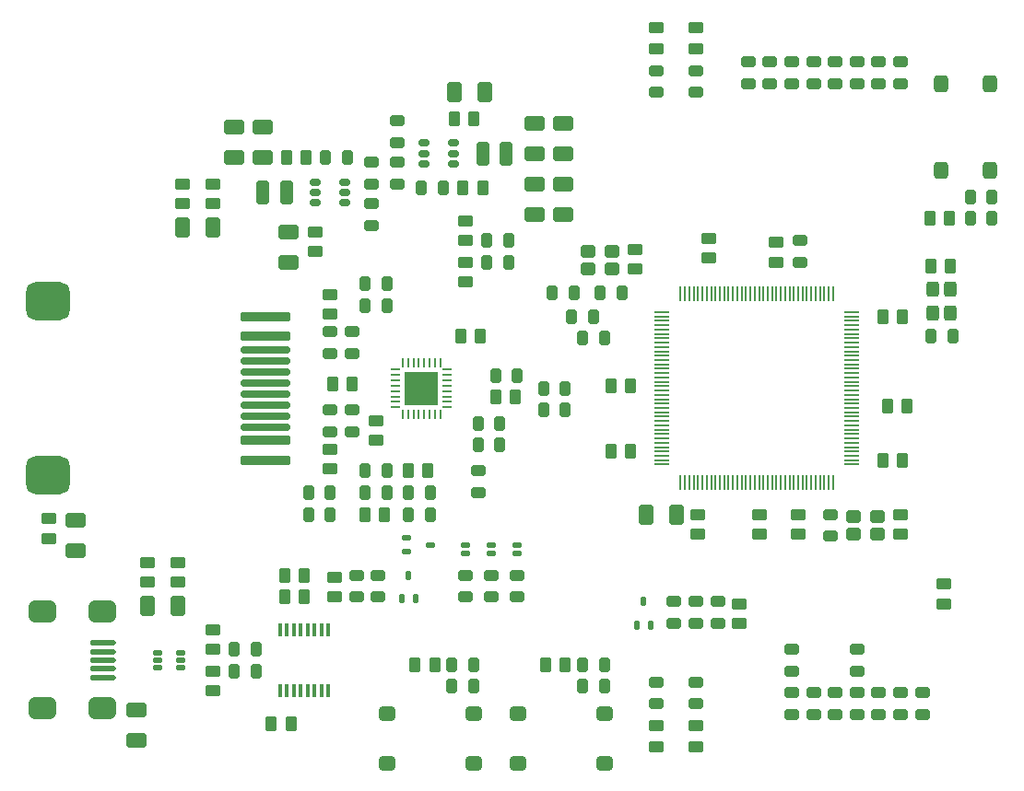
<source format=gtp>
G04*
G04 #@! TF.GenerationSoftware,Altium Limited,Altium Designer,20.2.8 (258)*
G04*
G04 Layer_Color=8421504*
%FSLAX44Y44*%
%MOMM*%
G71*
G04*
G04 #@! TF.SameCoordinates,20419356-03F5-4277-A54B-D4DCEC2EED97*
G04*
G04*
G04 #@! TF.FilePolarity,Positive*
G04*
G01*
G75*
%ADD12O,0.4000X1.2500*%
G04:AMPARAMS|DCode=13|XSize=1.3mm|YSize=1mm|CornerRadius=0.15mm|HoleSize=0mm|Usage=FLASHONLY|Rotation=0.000|XOffset=0mm|YOffset=0mm|HoleType=Round|Shape=RoundedRectangle|*
%AMROUNDEDRECTD13*
21,1,1.3000,0.7000,0,0,0.0*
21,1,1.0000,1.0000,0,0,0.0*
1,1,0.3000,0.5000,-0.3500*
1,1,0.3000,-0.5000,-0.3500*
1,1,0.3000,-0.5000,0.3500*
1,1,0.3000,0.5000,0.3500*
%
%ADD13ROUNDEDRECTD13*%
G04:AMPARAMS|DCode=14|XSize=1.4mm|YSize=1.05mm|CornerRadius=0.1575mm|HoleSize=0mm|Usage=FLASHONLY|Rotation=0.000|XOffset=0mm|YOffset=0mm|HoleType=Round|Shape=RoundedRectangle|*
%AMROUNDEDRECTD14*
21,1,1.4000,0.7350,0,0,0.0*
21,1,1.0850,1.0500,0,0,0.0*
1,1,0.3150,0.5425,-0.3675*
1,1,0.3150,-0.5425,-0.3675*
1,1,0.3150,-0.5425,0.3675*
1,1,0.3150,0.5425,0.3675*
%
%ADD14ROUNDEDRECTD14*%
G04:AMPARAMS|DCode=15|XSize=1.3mm|YSize=1mm|CornerRadius=0.15mm|HoleSize=0mm|Usage=FLASHONLY|Rotation=90.000|XOffset=0mm|YOffset=0mm|HoleType=Round|Shape=RoundedRectangle|*
%AMROUNDEDRECTD15*
21,1,1.3000,0.7000,0,0,90.0*
21,1,1.0000,1.0000,0,0,90.0*
1,1,0.3000,0.3500,0.5000*
1,1,0.3000,0.3500,-0.5000*
1,1,0.3000,-0.3500,-0.5000*
1,1,0.3000,-0.3500,0.5000*
%
%ADD15ROUNDEDRECTD15*%
G04:AMPARAMS|DCode=16|XSize=2.3mm|YSize=0.48mm|CornerRadius=0.12mm|HoleSize=0mm|Usage=FLASHONLY|Rotation=0.000|XOffset=0mm|YOffset=0mm|HoleType=Round|Shape=RoundedRectangle|*
%AMROUNDEDRECTD16*
21,1,2.3000,0.2400,0,0,0.0*
21,1,2.0600,0.4800,0,0,0.0*
1,1,0.2400,1.0300,-0.1200*
1,1,0.2400,-1.0300,-0.1200*
1,1,0.2400,-1.0300,0.1200*
1,1,0.2400,1.0300,0.1200*
%
%ADD16ROUNDEDRECTD16*%
G04:AMPARAMS|DCode=17|XSize=0.45mm|YSize=0.85mm|CornerRadius=0.1125mm|HoleSize=0mm|Usage=FLASHONLY|Rotation=270.000|XOffset=0mm|YOffset=0mm|HoleType=Round|Shape=RoundedRectangle|*
%AMROUNDEDRECTD17*
21,1,0.4500,0.6250,0,0,270.0*
21,1,0.2250,0.8500,0,0,270.0*
1,1,0.2250,-0.3125,-0.1125*
1,1,0.2250,-0.3125,0.1125*
1,1,0.2250,0.3125,0.1125*
1,1,0.2250,0.3125,-0.1125*
%
%ADD17ROUNDEDRECTD17*%
G04:AMPARAMS|DCode=18|XSize=1.8mm|YSize=1.3mm|CornerRadius=0.195mm|HoleSize=0mm|Usage=FLASHONLY|Rotation=90.000|XOffset=0mm|YOffset=0mm|HoleType=Round|Shape=RoundedRectangle|*
%AMROUNDEDRECTD18*
21,1,1.8000,0.9100,0,0,90.0*
21,1,1.4100,1.3000,0,0,90.0*
1,1,0.3900,0.4550,0.7050*
1,1,0.3900,0.4550,-0.7050*
1,1,0.3900,-0.4550,-0.7050*
1,1,0.3900,-0.4550,0.7050*
%
%ADD18ROUNDEDRECTD18*%
%ADD19O,0.2000X1.4500*%
%ADD20O,1.4500X0.2000*%
G04:AMPARAMS|DCode=21|XSize=0.5mm|YSize=0.85mm|CornerRadius=0.125mm|HoleSize=0mm|Usage=FLASHONLY|Rotation=180.000|XOffset=0mm|YOffset=0mm|HoleType=Round|Shape=RoundedRectangle|*
%AMROUNDEDRECTD21*
21,1,0.5000,0.6000,0,0,180.0*
21,1,0.2500,0.8500,0,0,180.0*
1,1,0.2500,-0.1250,0.3000*
1,1,0.2500,0.1250,0.3000*
1,1,0.2500,0.1250,-0.3000*
1,1,0.2500,-0.1250,-0.3000*
%
%ADD21ROUNDEDRECTD21*%
G04:AMPARAMS|DCode=22|XSize=0.5mm|YSize=0.85mm|CornerRadius=0.125mm|HoleSize=0mm|Usage=FLASHONLY|Rotation=90.000|XOffset=0mm|YOffset=0mm|HoleType=Round|Shape=RoundedRectangle|*
%AMROUNDEDRECTD22*
21,1,0.5000,0.6000,0,0,90.0*
21,1,0.2500,0.8500,0,0,90.0*
1,1,0.2500,0.3000,0.1250*
1,1,0.2500,0.3000,-0.1250*
1,1,0.2500,-0.3000,-0.1250*
1,1,0.2500,-0.3000,0.1250*
%
%ADD22ROUNDEDRECTD22*%
G04:AMPARAMS|DCode=23|XSize=1.4mm|YSize=1.05mm|CornerRadius=0.1575mm|HoleSize=0mm|Usage=FLASHONLY|Rotation=270.000|XOffset=0mm|YOffset=0mm|HoleType=Round|Shape=RoundedRectangle|*
%AMROUNDEDRECTD23*
21,1,1.4000,0.7350,0,0,270.0*
21,1,1.0850,1.0500,0,0,270.0*
1,1,0.3150,-0.3675,-0.5425*
1,1,0.3150,-0.3675,0.5425*
1,1,0.3150,0.3675,0.5425*
1,1,0.3150,0.3675,-0.5425*
%
%ADD23ROUNDEDRECTD23*%
G04:AMPARAMS|DCode=24|XSize=1.55mm|YSize=1.3mm|CornerRadius=0.325mm|HoleSize=0mm|Usage=FLASHONLY|Rotation=0.000|XOffset=0mm|YOffset=0mm|HoleType=Round|Shape=RoundedRectangle|*
%AMROUNDEDRECTD24*
21,1,1.5500,0.6500,0,0,0.0*
21,1,0.9000,1.3000,0,0,0.0*
1,1,0.6500,0.4500,-0.3250*
1,1,0.6500,-0.4500,-0.3250*
1,1,0.6500,-0.4500,0.3250*
1,1,0.6500,0.4500,0.3250*
%
%ADD24ROUNDEDRECTD24*%
%ADD25O,0.2500X0.9000*%
G04:AMPARAMS|DCode=26|XSize=1.55mm|YSize=1.3mm|CornerRadius=0.325mm|HoleSize=0mm|Usage=FLASHONLY|Rotation=270.000|XOffset=0mm|YOffset=0mm|HoleType=Round|Shape=RoundedRectangle|*
%AMROUNDEDRECTD26*
21,1,1.5500,0.6500,0,0,270.0*
21,1,0.9000,1.3000,0,0,270.0*
1,1,0.6500,-0.3250,-0.4500*
1,1,0.6500,-0.3250,0.4500*
1,1,0.6500,0.3250,0.4500*
1,1,0.6500,0.3250,-0.4500*
%
%ADD26ROUNDEDRECTD26*%
%ADD27O,0.9000X0.2500*%
G04:AMPARAMS|DCode=28|XSize=0.85mm|YSize=0.55mm|CornerRadius=0.1375mm|HoleSize=0mm|Usage=FLASHONLY|Rotation=180.000|XOffset=0mm|YOffset=0mm|HoleType=Round|Shape=RoundedRectangle|*
%AMROUNDEDRECTD28*
21,1,0.8500,0.2750,0,0,180.0*
21,1,0.5750,0.5500,0,0,180.0*
1,1,0.2750,-0.2875,0.1375*
1,1,0.2750,0.2875,0.1375*
1,1,0.2750,0.2875,-0.1375*
1,1,0.2750,-0.2875,-0.1375*
%
%ADD28ROUNDEDRECTD28*%
G04:AMPARAMS|DCode=29|XSize=2.5mm|YSize=2mm|CornerRadius=0.5mm|HoleSize=0mm|Usage=FLASHONLY|Rotation=0.000|XOffset=0mm|YOffset=0mm|HoleType=Round|Shape=RoundedRectangle|*
%AMROUNDEDRECTD29*
21,1,2.5000,1.0000,0,0,0.0*
21,1,1.5000,2.0000,0,0,0.0*
1,1,1.0000,0.7500,-0.5000*
1,1,1.0000,-0.7500,-0.5000*
1,1,1.0000,-0.7500,0.5000*
1,1,1.0000,0.7500,0.5000*
%
%ADD29ROUNDEDRECTD29*%
G04:AMPARAMS|DCode=30|XSize=1.8mm|YSize=1.3mm|CornerRadius=0.195mm|HoleSize=0mm|Usage=FLASHONLY|Rotation=0.000|XOffset=0mm|YOffset=0mm|HoleType=Round|Shape=RoundedRectangle|*
%AMROUNDEDRECTD30*
21,1,1.8000,0.9100,0,0,0.0*
21,1,1.4100,1.3000,0,0,0.0*
1,1,0.3900,0.7050,-0.4550*
1,1,0.3900,-0.7050,-0.4550*
1,1,0.3900,-0.7050,0.4550*
1,1,0.3900,0.7050,0.4550*
%
%ADD30ROUNDEDRECTD30*%
G04:AMPARAMS|DCode=31|XSize=1.4mm|YSize=1mm|CornerRadius=0.15mm|HoleSize=0mm|Usage=FLASHONLY|Rotation=0.000|XOffset=0mm|YOffset=0mm|HoleType=Round|Shape=RoundedRectangle|*
%AMROUNDEDRECTD31*
21,1,1.4000,0.7000,0,0,0.0*
21,1,1.1000,1.0000,0,0,0.0*
1,1,0.3000,0.5500,-0.3500*
1,1,0.3000,-0.5500,-0.3500*
1,1,0.3000,-0.5500,0.3500*
1,1,0.3000,0.5500,0.3500*
%
%ADD31ROUNDEDRECTD31*%
G04:AMPARAMS|DCode=32|XSize=4mm|YSize=3.5mm|CornerRadius=0.875mm|HoleSize=0mm|Usage=FLASHONLY|Rotation=0.000|XOffset=0mm|YOffset=0mm|HoleType=Round|Shape=RoundedRectangle|*
%AMROUNDEDRECTD32*
21,1,4.0000,1.7500,0,0,0.0*
21,1,2.2500,3.5000,0,0,0.0*
1,1,1.7500,1.1250,-0.8750*
1,1,1.7500,-1.1250,-0.8750*
1,1,1.7500,-1.1250,0.8750*
1,1,1.7500,1.1250,0.8750*
%
%ADD32ROUNDEDRECTD32*%
G04:AMPARAMS|DCode=33|XSize=4.6mm|YSize=0.61mm|CornerRadius=0.1525mm|HoleSize=0mm|Usage=FLASHONLY|Rotation=0.000|XOffset=0mm|YOffset=0mm|HoleType=Round|Shape=RoundedRectangle|*
%AMROUNDEDRECTD33*
21,1,4.6000,0.3050,0,0,0.0*
21,1,4.2950,0.6100,0,0,0.0*
1,1,0.3050,2.1475,-0.1525*
1,1,0.3050,-2.1475,-0.1525*
1,1,0.3050,-2.1475,0.1525*
1,1,0.3050,2.1475,0.1525*
%
%ADD33ROUNDEDRECTD33*%
G04:AMPARAMS|DCode=34|XSize=1.2mm|YSize=1.4mm|CornerRadius=0.3mm|HoleSize=0mm|Usage=FLASHONLY|Rotation=270.000|XOffset=0mm|YOffset=0mm|HoleType=Round|Shape=RoundedRectangle|*
%AMROUNDEDRECTD34*
21,1,1.2000,0.8000,0,0,270.0*
21,1,0.6000,1.4000,0,0,270.0*
1,1,0.6000,-0.4000,-0.3000*
1,1,0.6000,-0.4000,0.3000*
1,1,0.6000,0.4000,0.3000*
1,1,0.6000,0.4000,-0.3000*
%
%ADD34ROUNDEDRECTD34*%
G04:AMPARAMS|DCode=35|XSize=1.2mm|YSize=1.4mm|CornerRadius=0.3mm|HoleSize=0mm|Usage=FLASHONLY|Rotation=0.000|XOffset=0mm|YOffset=0mm|HoleType=Round|Shape=RoundedRectangle|*
%AMROUNDEDRECTD35*
21,1,1.2000,0.8000,0,0,0.0*
21,1,0.6000,1.4000,0,0,0.0*
1,1,0.6000,0.3000,-0.4000*
1,1,0.6000,-0.3000,-0.4000*
1,1,0.6000,-0.3000,0.4000*
1,1,0.6000,0.3000,0.4000*
%
%ADD35ROUNDEDRECTD35*%
G04:AMPARAMS|DCode=36|XSize=0.6mm|YSize=0.95mm|CornerRadius=0.15mm|HoleSize=0mm|Usage=FLASHONLY|Rotation=270.000|XOffset=0mm|YOffset=0mm|HoleType=Round|Shape=RoundedRectangle|*
%AMROUNDEDRECTD36*
21,1,0.6000,0.6500,0,0,270.0*
21,1,0.3000,0.9500,0,0,270.0*
1,1,0.3000,-0.3250,-0.1500*
1,1,0.3000,-0.3250,0.1500*
1,1,0.3000,0.3250,0.1500*
1,1,0.3000,0.3250,-0.1500*
%
%ADD36ROUNDEDRECTD36*%
%ADD37R,3.1500X3.1500*%
G04:AMPARAMS|DCode=38|XSize=4.6mm|YSize=0.81mm|CornerRadius=0.2025mm|HoleSize=0mm|Usage=FLASHONLY|Rotation=0.000|XOffset=0mm|YOffset=0mm|HoleType=Round|Shape=RoundedRectangle|*
%AMROUNDEDRECTD38*
21,1,4.6000,0.4050,0,0,0.0*
21,1,4.1950,0.8100,0,0,0.0*
1,1,0.4050,2.0975,-0.2025*
1,1,0.4050,-2.0975,-0.2025*
1,1,0.4050,-2.0975,0.2025*
1,1,0.4050,2.0975,0.2025*
%
%ADD38ROUNDEDRECTD38*%
G04:AMPARAMS|DCode=39|XSize=2.2mm|YSize=1.15mm|CornerRadius=0.1725mm|HoleSize=0mm|Usage=FLASHONLY|Rotation=270.000|XOffset=0mm|YOffset=0mm|HoleType=Round|Shape=RoundedRectangle|*
%AMROUNDEDRECTD39*
21,1,2.2000,0.8050,0,0,270.0*
21,1,1.8550,1.1500,0,0,270.0*
1,1,0.3450,-0.4025,-0.9275*
1,1,0.3450,-0.4025,0.9275*
1,1,0.3450,0.4025,0.9275*
1,1,0.3450,0.4025,-0.9275*
%
%ADD39ROUNDEDRECTD39*%
D12*
X273525Y-222000D02*
D03*
X286225Y-278000D02*
D03*
Y-222000D02*
D03*
X260825Y-278000D02*
D03*
X241775D02*
D03*
X260825Y-222000D02*
D03*
X267175Y-278000D02*
D03*
Y-222000D02*
D03*
X254475Y-278000D02*
D03*
X279875Y-222000D02*
D03*
X254475D02*
D03*
X279875Y-278000D02*
D03*
X273525D02*
D03*
X248125Y-222000D02*
D03*
X241775D02*
D03*
X248125Y-278000D02*
D03*
D13*
X332000Y-192000D02*
D03*
X312000D02*
D03*
X752000Y-300000D02*
D03*
Y-280000D02*
D03*
X732000Y-300000D02*
D03*
Y-280000D02*
D03*
X792000Y-300000D02*
D03*
Y-280000D02*
D03*
X832000Y-300000D02*
D03*
Y-280000D02*
D03*
X812000Y-300000D02*
D03*
Y-280000D02*
D03*
X588000Y-270000D02*
D03*
X624000D02*
D03*
X332000Y-172000D02*
D03*
X604000Y-196000D02*
D03*
X436000Y-172000D02*
D03*
X460000D02*
D03*
X412000D02*
D03*
X588000Y292000D02*
D03*
X624000D02*
D03*
X588000Y-290000D02*
D03*
X624000D02*
D03*
X288000Y52000D02*
D03*
X308000D02*
D03*
X288000Y-40000D02*
D03*
X308000D02*
D03*
X604000Y-216000D02*
D03*
X644000D02*
D03*
X624000D02*
D03*
X644000Y-196000D02*
D03*
X712000Y-300000D02*
D03*
Y-260000D02*
D03*
Y-280000D02*
D03*
X772000Y-300000D02*
D03*
Y-260000D02*
D03*
Y-280000D02*
D03*
X692000Y300000D02*
D03*
Y280000D02*
D03*
X712000Y300000D02*
D03*
Y280000D02*
D03*
X672000Y300000D02*
D03*
Y280000D02*
D03*
X732000Y300000D02*
D03*
Y280000D02*
D03*
X812000Y300000D02*
D03*
Y280000D02*
D03*
X752000Y300000D02*
D03*
Y280000D02*
D03*
X792000Y300000D02*
D03*
Y280000D02*
D03*
X772000Y300000D02*
D03*
Y280000D02*
D03*
X350000Y246000D02*
D03*
X326000Y150000D02*
D03*
X460000Y-192000D02*
D03*
X412000D02*
D03*
X720000Y136000D02*
D03*
Y116000D02*
D03*
X308000Y-20000D02*
D03*
X288000D02*
D03*
X308000Y32000D02*
D03*
X288000D02*
D03*
X424000Y-76000D02*
D03*
X748000Y-136000D02*
D03*
Y-116000D02*
D03*
X326000Y208000D02*
D03*
Y170000D02*
D03*
Y188000D02*
D03*
X350000Y226000D02*
D03*
Y208000D02*
D03*
X588000Y272000D02*
D03*
X624000D02*
D03*
X350000Y188000D02*
D03*
X312000Y-172000D02*
D03*
X624000Y-196000D02*
D03*
X712000Y-240000D02*
D03*
X772000D02*
D03*
X436000Y-192000D02*
D03*
X424000Y-96000D02*
D03*
D14*
X292000Y-192000D02*
D03*
X180000Y-260000D02*
D03*
Y-240000D02*
D03*
X148000Y-178000D02*
D03*
X120000D02*
D03*
X30000Y-120000D02*
D03*
X288000Y68000D02*
D03*
Y-56000D02*
D03*
X626000Y-116000D02*
D03*
X664000Y-216000D02*
D03*
X152000Y170000D02*
D03*
X30000Y-138000D02*
D03*
X852000Y-198000D02*
D03*
X148000Y-160000D02*
D03*
X120000D02*
D03*
X274000Y126000D02*
D03*
X180000Y188000D02*
D03*
X152000D02*
D03*
X292000Y-174000D02*
D03*
X180000Y-222000D02*
D03*
Y-278000D02*
D03*
X288000Y86000D02*
D03*
Y-74000D02*
D03*
X330000Y-48000D02*
D03*
X412000Y154000D02*
D03*
Y98000D02*
D03*
X568000Y128000D02*
D03*
X812000Y-116000D02*
D03*
X636000Y138000D02*
D03*
X698000Y134000D02*
D03*
X718000Y-134000D02*
D03*
X682000D02*
D03*
X626000D02*
D03*
X664000Y-198000D02*
D03*
X274000Y144000D02*
D03*
X180000Y170000D02*
D03*
X852000Y-180000D02*
D03*
X568000Y110000D02*
D03*
X812000Y-134000D02*
D03*
X636000Y120000D02*
D03*
X698000Y116000D02*
D03*
X718000Y-116000D02*
D03*
X682000D02*
D03*
X330000Y-30000D02*
D03*
X412000Y136000D02*
D03*
Y116000D02*
D03*
D15*
X220000Y-260000D02*
D03*
Y-240000D02*
D03*
X200000Y-260000D02*
D03*
Y-240000D02*
D03*
X876000Y156000D02*
D03*
X520000Y-254000D02*
D03*
X400000D02*
D03*
X540000Y-274000D02*
D03*
Y-254000D02*
D03*
X420000Y-274000D02*
D03*
Y-254000D02*
D03*
X288000Y-116000D02*
D03*
Y-96000D02*
D03*
X340000Y76000D02*
D03*
Y96000D02*
D03*
X896000Y176000D02*
D03*
Y156000D02*
D03*
X380000Y-116000D02*
D03*
X392000Y184000D02*
D03*
X284000Y212000D02*
D03*
X520000Y-274000D02*
D03*
X400000D02*
D03*
X320000Y-76000D02*
D03*
X268000Y-116000D02*
D03*
X876000Y176000D02*
D03*
X510000Y66000D02*
D03*
X530000D02*
D03*
X520000Y46000D02*
D03*
X540000D02*
D03*
X340000Y-76000D02*
D03*
Y-96000D02*
D03*
X460000Y12000D02*
D03*
X440000D02*
D03*
X444000Y-52000D02*
D03*
X424000D02*
D03*
X444000Y-32000D02*
D03*
X424000D02*
D03*
X360000Y-116000D02*
D03*
Y-96000D02*
D03*
X268000Y-96000D02*
D03*
X320000Y76000D02*
D03*
X504000Y-0D02*
D03*
X484000D02*
D03*
X484000Y-20000D02*
D03*
X512000Y88000D02*
D03*
X536000D02*
D03*
X556000D02*
D03*
X492000D02*
D03*
X860000Y48000D02*
D03*
X840000D02*
D03*
X304000Y212000D02*
D03*
X372000Y184000D02*
D03*
X320000Y-96000D02*
D03*
X432000Y136000D02*
D03*
X504000Y-20000D02*
D03*
X380000Y-96000D02*
D03*
X320000Y96000D02*
D03*
X452000Y136000D02*
D03*
Y116000D02*
D03*
X432000D02*
D03*
D16*
X80000Y-250000D02*
D03*
Y-242126D02*
D03*
Y-234252D02*
D03*
Y-265748D02*
D03*
Y-257874D02*
D03*
D17*
X150500Y-256500D02*
D03*
Y-243500D02*
D03*
Y-250000D02*
D03*
X129500D02*
D03*
Y-243500D02*
D03*
Y-256500D02*
D03*
D18*
X148000Y-200000D02*
D03*
X120000D02*
D03*
X606000Y-116000D02*
D03*
X152000Y148000D02*
D03*
X430000Y272000D02*
D03*
X180000Y148000D02*
D03*
X402000Y272000D02*
D03*
X578000Y-116000D02*
D03*
D19*
X710000Y87000D02*
D03*
X714000D02*
D03*
X750000D02*
D03*
X658000Y-87000D02*
D03*
X654000D02*
D03*
X626000D02*
D03*
X610000Y87000D02*
D03*
X614000D02*
D03*
X618000D02*
D03*
X634000D02*
D03*
X646000D02*
D03*
X642000D02*
D03*
X694000D02*
D03*
X714000Y-87000D02*
D03*
X678000D02*
D03*
X630000D02*
D03*
X706000Y87000D02*
D03*
X722000Y-87000D02*
D03*
X726000D02*
D03*
Y87000D02*
D03*
X746000Y-87000D02*
D03*
X638000Y87000D02*
D03*
X698000D02*
D03*
X718000Y-87000D02*
D03*
X682000D02*
D03*
X610000D02*
D03*
X614000D02*
D03*
X618000D02*
D03*
X622000D02*
D03*
X634000D02*
D03*
X638000D02*
D03*
X642000D02*
D03*
X646000D02*
D03*
X650000D02*
D03*
X662000D02*
D03*
X666000D02*
D03*
X670000D02*
D03*
X674000D02*
D03*
X686000D02*
D03*
X690000D02*
D03*
X694000D02*
D03*
X698000D02*
D03*
X702000D02*
D03*
X706000D02*
D03*
X710000D02*
D03*
X730000D02*
D03*
X734000D02*
D03*
X738000D02*
D03*
X742000D02*
D03*
X750000D02*
D03*
X746000Y87000D02*
D03*
X742000D02*
D03*
X738000D02*
D03*
X734000D02*
D03*
X730000D02*
D03*
X722000D02*
D03*
X718000D02*
D03*
X702000D02*
D03*
X690000D02*
D03*
X686000D02*
D03*
X682000D02*
D03*
X678000D02*
D03*
X674000D02*
D03*
X670000D02*
D03*
X666000D02*
D03*
X662000D02*
D03*
X658000D02*
D03*
X654000D02*
D03*
X650000D02*
D03*
X630000D02*
D03*
X626000D02*
D03*
X622000D02*
D03*
D20*
X767000Y2000D02*
D03*
Y-2000D02*
D03*
X593000Y-26000D02*
D03*
Y-30000D02*
D03*
Y-22000D02*
D03*
Y-18000D02*
D03*
Y-6000D02*
D03*
Y-70000D02*
D03*
Y-66000D02*
D03*
X767000Y22000D02*
D03*
Y18000D02*
D03*
X593000Y54000D02*
D03*
Y58000D02*
D03*
Y62000D02*
D03*
X767000Y70000D02*
D03*
Y-6000D02*
D03*
Y-62000D02*
D03*
X593000Y-54000D02*
D03*
Y6000D02*
D03*
Y42000D02*
D03*
Y46000D02*
D03*
X767000Y-38000D02*
D03*
Y34000D02*
D03*
Y42000D02*
D03*
X593000Y-34000D02*
D03*
X767000Y62000D02*
D03*
Y66000D02*
D03*
Y-10000D02*
D03*
Y-66000D02*
D03*
X593000Y-58000D02*
D03*
Y2000D02*
D03*
Y70000D02*
D03*
Y66000D02*
D03*
Y50000D02*
D03*
Y38000D02*
D03*
Y34000D02*
D03*
Y30000D02*
D03*
Y26000D02*
D03*
Y22000D02*
D03*
Y18000D02*
D03*
Y14000D02*
D03*
Y10000D02*
D03*
Y-2000D02*
D03*
Y-10000D02*
D03*
Y-14000D02*
D03*
Y-38000D02*
D03*
Y-42000D02*
D03*
Y-46000D02*
D03*
Y-50000D02*
D03*
Y-62000D02*
D03*
X767000Y-70000D02*
D03*
Y-58000D02*
D03*
Y-54000D02*
D03*
Y-50000D02*
D03*
Y-46000D02*
D03*
Y-42000D02*
D03*
Y-34000D02*
D03*
Y-30000D02*
D03*
Y-26000D02*
D03*
Y-22000D02*
D03*
Y-18000D02*
D03*
Y-14000D02*
D03*
Y6000D02*
D03*
Y10000D02*
D03*
Y14000D02*
D03*
Y26000D02*
D03*
Y30000D02*
D03*
Y38000D02*
D03*
Y46000D02*
D03*
Y50000D02*
D03*
Y54000D02*
D03*
Y58000D02*
D03*
D21*
X353500Y-193500D02*
D03*
X569500Y-217500D02*
D03*
X360000Y-172000D02*
D03*
X576000Y-196000D02*
D03*
X366500Y-193500D02*
D03*
X582500Y-217500D02*
D03*
D22*
X358500Y-137500D02*
D03*
X380000Y-144000D02*
D03*
X358500Y-150500D02*
D03*
D23*
X857000Y156000D02*
D03*
X504000Y-254000D02*
D03*
X384000Y-254000D02*
D03*
X410000Y184000D02*
D03*
X266000Y212000D02*
D03*
X420000Y248000D02*
D03*
X486000Y-254000D02*
D03*
X366000Y-254000D02*
D03*
X234000Y-308000D02*
D03*
X246000Y-192000D02*
D03*
Y-172000D02*
D03*
X338000Y-116000D02*
D03*
X378000Y-76000D02*
D03*
X426000Y48000D02*
D03*
X458000Y-8000D02*
D03*
X290000Y4000D02*
D03*
X840000Y112000D02*
D03*
X814000Y-66000D02*
D03*
Y66000D02*
D03*
X818000Y-16000D02*
D03*
X546000Y-58000D02*
D03*
Y2000D02*
D03*
X839000Y156000D02*
D03*
X360000Y-76000D02*
D03*
X248000Y212000D02*
D03*
X428000Y184000D02*
D03*
X402000Y248000D02*
D03*
X264000Y-192000D02*
D03*
Y-172000D02*
D03*
X252000Y-308000D02*
D03*
X858000Y112000D02*
D03*
X796000Y-66000D02*
D03*
Y66000D02*
D03*
X800000Y-16000D02*
D03*
X564000Y-58000D02*
D03*
Y2000D02*
D03*
X320000Y-116000D02*
D03*
X308000Y4000D02*
D03*
X440000Y-8000D02*
D03*
X408000Y48000D02*
D03*
D24*
X539750Y-299500D02*
D03*
X419750D02*
D03*
X539750Y-344500D02*
D03*
X419750D02*
D03*
X340250D02*
D03*
Y-299500D02*
D03*
X460250D02*
D03*
Y-344500D02*
D03*
D25*
X354500Y23750D02*
D03*
X359500D02*
D03*
X379500Y-23750D02*
D03*
X374500Y23750D02*
D03*
X379500D02*
D03*
X354500Y-23750D02*
D03*
X384500Y23750D02*
D03*
X389500Y-23750D02*
D03*
X359500D02*
D03*
X369500D02*
D03*
X374500D02*
D03*
X364500Y23750D02*
D03*
X389500D02*
D03*
X369500D02*
D03*
X384500Y-23750D02*
D03*
X364500D02*
D03*
D26*
X894500Y200250D02*
D03*
X849500D02*
D03*
X894500Y279750D02*
D03*
X849500D02*
D03*
D27*
X395750Y-2500D02*
D03*
Y7500D02*
D03*
X348250D02*
D03*
X395750Y12500D02*
D03*
Y17500D02*
D03*
X348250Y-7500D02*
D03*
Y-2500D02*
D03*
Y-17500D02*
D03*
X395750Y2500D02*
D03*
Y-17500D02*
D03*
X348250Y17500D02*
D03*
Y12500D02*
D03*
X395750Y-12500D02*
D03*
X348250D02*
D03*
Y2500D02*
D03*
X395750Y-7500D02*
D03*
D28*
X436000Y-144000D02*
D03*
Y-152000D02*
D03*
X460000Y-144000D02*
D03*
Y-152000D02*
D03*
X412000Y-144000D02*
D03*
Y-152000D02*
D03*
D29*
X79111Y-205550D02*
D03*
X23993D02*
D03*
Y-294450D02*
D03*
X79111D02*
D03*
D30*
X110000Y-296000D02*
D03*
X54000Y-121000D02*
D03*
X110000Y-324000D02*
D03*
X54000Y-149000D02*
D03*
X502000Y244000D02*
D03*
X476000D02*
D03*
X200000Y240000D02*
D03*
X226000D02*
D03*
X250000Y116000D02*
D03*
X476000Y188000D02*
D03*
X200000Y212000D02*
D03*
X226000D02*
D03*
X250000Y144000D02*
D03*
X502000Y188000D02*
D03*
Y216000D02*
D03*
X476000D02*
D03*
X502000Y160000D02*
D03*
X476000D02*
D03*
D31*
X588000Y312000D02*
D03*
X624000Y312000D02*
D03*
X588000Y-310000D02*
D03*
X624000D02*
D03*
X588000Y332000D02*
D03*
X624000Y332000D02*
D03*
X588000Y-330000D02*
D03*
X624000D02*
D03*
D32*
X29000Y-80000D02*
D03*
Y80000D02*
D03*
D33*
X229000Y35700D02*
D03*
Y-35700D02*
D03*
Y-25500D02*
D03*
Y5100D02*
D03*
Y15300D02*
D03*
Y-15300D02*
D03*
Y-5100D02*
D03*
Y25500D02*
D03*
D34*
X525000Y126000D02*
D03*
X769000Y-118000D02*
D03*
X525000Y110000D02*
D03*
X769000Y-134000D02*
D03*
X547000Y110000D02*
D03*
Y126000D02*
D03*
X791000Y-134000D02*
D03*
Y-118000D02*
D03*
D35*
X842000Y69000D02*
D03*
X858000D02*
D03*
Y91000D02*
D03*
X842000D02*
D03*
D36*
X401500Y206500D02*
D03*
X274500Y189500D02*
D03*
Y170500D02*
D03*
Y180000D02*
D03*
X301500Y170500D02*
D03*
Y189500D02*
D03*
X401500Y216000D02*
D03*
X374500Y225500D02*
D03*
Y206500D02*
D03*
X401500Y225500D02*
D03*
X374500Y216000D02*
D03*
X301500Y180000D02*
D03*
D37*
X372000Y-0D02*
D03*
D38*
X229000Y-47700D02*
D03*
Y-66100D02*
D03*
Y47700D02*
D03*
Y66100D02*
D03*
D39*
X226000Y180000D02*
D03*
X248000D02*
D03*
X428000Y216000D02*
D03*
X450000D02*
D03*
M02*

</source>
